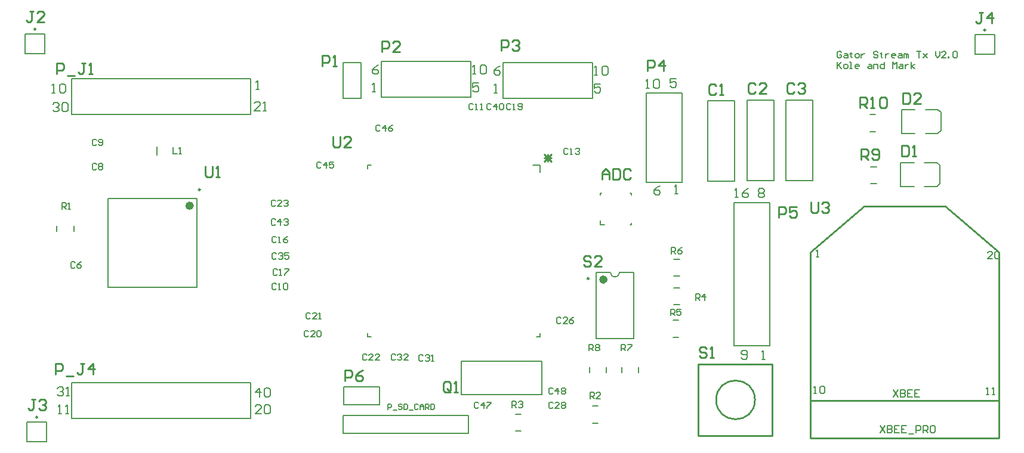
<source format=gto>
G04 Layer_Color=65535*
%FSLAX25Y25*%
%MOIN*%
G70*
G01*
G75*
%ADD24C,0.00800*%
%ADD25C,0.01000*%
%ADD40C,0.00984*%
%ADD41C,0.02362*%
%ADD42C,0.00787*%
%ADD43C,0.00700*%
%ADD44C,0.00500*%
D24*
X248500Y197500D02*
X250166D01*
X249333D01*
Y202498D01*
X248500Y201665D01*
X307832Y202498D02*
X304500D01*
Y199999D01*
X306166Y200832D01*
X306999D01*
X307832Y199999D01*
Y198333D01*
X306999Y197500D01*
X305333D01*
X304500Y198333D01*
Y207500D02*
X306166D01*
X305333D01*
Y212498D01*
X304500Y211665D01*
X308665D02*
X309498Y212498D01*
X311164D01*
X311998Y211665D01*
Y208333D01*
X311164Y207500D01*
X309498D01*
X308665Y208333D01*
Y211665D01*
X251832Y212498D02*
X250166Y211665D01*
X248500Y209999D01*
Y208333D01*
X249333Y207500D01*
X250999D01*
X251832Y208333D01*
Y209166D01*
X250999Y209999D01*
X248500D01*
X2000Y191165D02*
X2833Y191998D01*
X4499D01*
X5332Y191165D01*
Y190332D01*
X4499Y189499D01*
X3666D01*
X4499D01*
X5332Y188666D01*
Y187833D01*
X4499Y187000D01*
X2833D01*
X2000Y187833D01*
X6998Y191165D02*
X7831Y191998D01*
X9498D01*
X10331Y191165D01*
Y187833D01*
X9498Y187000D01*
X7831D01*
X6998Y187833D01*
Y191165D01*
X1500Y197500D02*
X3166D01*
X2333D01*
Y202498D01*
X1500Y201665D01*
X5665D02*
X6498Y202498D01*
X8164D01*
X8998Y201665D01*
Y198333D01*
X8164Y197500D01*
X6498D01*
X5665Y198333D01*
Y201665D01*
X117832Y187500D02*
X114500D01*
X117832Y190832D01*
Y191665D01*
X116999Y192498D01*
X115333D01*
X114500Y191665D01*
X119498Y187500D02*
X121165D01*
X120331D01*
Y192498D01*
X119498Y191665D01*
X115500Y199338D02*
X117166D01*
X116333D01*
Y204336D01*
X115500Y203503D01*
X5000Y18000D02*
X6666D01*
X5833D01*
Y22998D01*
X5000Y22165D01*
X9165Y18000D02*
X10831D01*
X9998D01*
Y22998D01*
X9165Y22165D01*
X4500Y32165D02*
X5333Y32998D01*
X6999D01*
X7832Y32165D01*
Y31332D01*
X6999Y30499D01*
X6166D01*
X6999D01*
X7832Y29666D01*
Y28833D01*
X6999Y28000D01*
X5333D01*
X4500Y28833D01*
X9498Y28000D02*
X11164D01*
X10331D01*
Y32998D01*
X9498Y32165D01*
X118332Y18000D02*
X115000D01*
X118332Y21332D01*
Y22165D01*
X117499Y22998D01*
X115833D01*
X115000Y22165D01*
X119998D02*
X120831Y22998D01*
X122498D01*
X123331Y22165D01*
Y18833D01*
X122498Y18000D01*
X120831D01*
X119998Y18833D01*
Y22165D01*
X117499Y27500D02*
Y32498D01*
X115000Y29999D01*
X118332D01*
X119998Y31665D02*
X120831Y32498D01*
X122498D01*
X123331Y31665D01*
Y28333D01*
X122498Y27500D01*
X120831D01*
X119998Y28333D01*
Y31665D01*
X349450Y141000D02*
X351116D01*
X350283D01*
Y145998D01*
X349450Y145165D01*
X350282Y205498D02*
X346950D01*
Y202999D01*
X348616Y203832D01*
X349449D01*
X350282Y202999D01*
Y201333D01*
X349449Y200500D01*
X347783D01*
X346950Y201333D01*
X333450Y200000D02*
X335116D01*
X334283D01*
Y204998D01*
X333450Y204165D01*
X337615D02*
X338448Y204998D01*
X340114D01*
X340947Y204165D01*
Y200833D01*
X340114Y200000D01*
X338448D01*
X337615Y200833D01*
Y204165D01*
X341282Y145498D02*
X339616Y144665D01*
X337950Y142999D01*
Y141333D01*
X338783Y140500D01*
X340449D01*
X341282Y141333D01*
Y142166D01*
X340449Y142999D01*
X337950D01*
X386500Y49333D02*
X387333Y48500D01*
X388999D01*
X389832Y49333D01*
Y52665D01*
X388999Y53498D01*
X387333D01*
X386500Y52665D01*
Y51832D01*
X387333Y50999D01*
X389832D01*
X398000Y48500D02*
X399666D01*
X398833D01*
Y53498D01*
X398000Y52665D01*
X396000Y143165D02*
X396833Y143998D01*
X398499D01*
X399332Y143165D01*
Y142332D01*
X398499Y141499D01*
X399332Y140666D01*
Y139833D01*
X398499Y139000D01*
X396833D01*
X396000Y139833D01*
Y140666D01*
X396833Y141499D01*
X396000Y142332D01*
Y143165D01*
X396833Y141499D02*
X398499D01*
X383100Y139000D02*
X384766D01*
X383933D01*
Y143998D01*
X383100Y143165D01*
X390598Y143998D02*
X388931Y143165D01*
X387265Y141499D01*
Y139833D01*
X388098Y139000D01*
X389764D01*
X390598Y139833D01*
Y140666D01*
X389764Y141499D01*
X387265D01*
X180500Y198000D02*
X182166D01*
X181333D01*
Y202998D01*
X180500Y202165D01*
X239832Y202998D02*
X236500D01*
Y200499D01*
X238166Y201332D01*
X238999D01*
X239832Y200499D01*
Y198833D01*
X238999Y198000D01*
X237333D01*
X236500Y198833D01*
Y208000D02*
X238166D01*
X237333D01*
Y212998D01*
X236500Y212165D01*
X240665D02*
X241498Y212998D01*
X243164D01*
X243998Y212165D01*
Y208833D01*
X243164Y208000D01*
X241498D01*
X240665Y208833D01*
Y212165D01*
X183832Y212998D02*
X182166Y212165D01*
X180500Y210499D01*
Y208833D01*
X181333Y208000D01*
X182999D01*
X183832Y208833D01*
Y209666D01*
X182999Y210499D01*
X180500D01*
D25*
X394186Y25764D02*
G03*
X394186Y25764I-10832J0D01*
G01*
X362488Y5843D02*
Y45843D01*
X403827Y5843D02*
Y45843D01*
X362488D02*
X403827D01*
X362488Y5843D02*
X403827D01*
X425130Y25291D02*
X530484D01*
X425130Y4315D02*
Y108291D01*
Y4315D02*
X530484D01*
X455012Y134000D02*
X500602D01*
X530484Y108291D01*
Y108307D01*
Y4315D02*
Y108291D01*
X425130D02*
X455012Y134000D01*
X-8951Y243048D02*
X-10951D01*
X-9951D01*
Y238050D01*
X-10951Y237050D01*
X-11950D01*
X-12950Y238050D01*
X-2953Y237050D02*
X-6952D01*
X-2953Y241049D01*
Y242048D01*
X-3953Y243048D01*
X-5952D01*
X-6952Y242048D01*
X-7951Y26048D02*
X-9951D01*
X-8951D01*
Y21050D01*
X-9951Y20050D01*
X-10950D01*
X-11950Y21050D01*
X-5952Y25048D02*
X-4952Y26048D01*
X-2953D01*
X-1953Y25048D01*
Y24049D01*
X-2953Y23049D01*
X-3953D01*
X-2953D01*
X-1953Y22049D01*
Y21050D01*
X-2953Y20050D01*
X-4952D01*
X-5952Y21050D01*
X521549Y242548D02*
X519549D01*
X520549D01*
Y237550D01*
X519549Y236550D01*
X518550D01*
X517550Y237550D01*
X526547Y236550D02*
Y242548D01*
X523548Y239549D01*
X527547D01*
X252603Y220937D02*
Y226935D01*
X255602D01*
X256602Y225936D01*
Y223936D01*
X255602Y222937D01*
X252603D01*
X258601Y225936D02*
X259601Y226935D01*
X261600D01*
X262600Y225936D01*
Y224936D01*
X261600Y223936D01*
X260600D01*
X261600D01*
X262600Y222937D01*
Y221937D01*
X261600Y220937D01*
X259601D01*
X258601Y221937D01*
X452900Y189200D02*
Y195198D01*
X455899D01*
X456899Y194198D01*
Y192199D01*
X455899Y191199D01*
X452900D01*
X454899D02*
X456899Y189200D01*
X458898D02*
X460897D01*
X459898D01*
Y195198D01*
X458898Y194198D01*
X463896D02*
X464896Y195198D01*
X466895D01*
X467895Y194198D01*
Y190200D01*
X466895Y189200D01*
X464896D01*
X463896Y190200D01*
Y194198D01*
X453400Y160023D02*
Y166021D01*
X456399D01*
X457399Y165021D01*
Y163022D01*
X456399Y162022D01*
X453400D01*
X455399D02*
X457399Y160023D01*
X459398Y161022D02*
X460398Y160023D01*
X462397D01*
X463397Y161022D01*
Y165021D01*
X462397Y166021D01*
X460398D01*
X459398Y165021D01*
Y164022D01*
X460398Y163022D01*
X463397D01*
X476650Y197548D02*
Y191550D01*
X479649D01*
X480649Y192550D01*
Y196548D01*
X479649Y197548D01*
X476650D01*
X486647Y191550D02*
X482648D01*
X486647Y195549D01*
Y196548D01*
X485647Y197548D01*
X483648D01*
X482648Y196548D01*
X476200Y167913D02*
Y161915D01*
X479199D01*
X480199Y162915D01*
Y166913D01*
X479199Y167913D01*
X476200D01*
X482198Y161915D02*
X484197D01*
X483198D01*
Y167913D01*
X482198Y166913D01*
X425500Y136230D02*
Y131232D01*
X426500Y130232D01*
X428499D01*
X429499Y131232D01*
Y136230D01*
X431498Y135231D02*
X432498Y136230D01*
X434497D01*
X435497Y135231D01*
Y134231D01*
X434497Y133231D01*
X433497D01*
X434497D01*
X435497Y132232D01*
Y131232D01*
X434497Y130232D01*
X432498D01*
X431498Y131232D01*
X87000Y156498D02*
Y151500D01*
X88000Y150500D01*
X89999D01*
X90999Y151500D01*
Y156498D01*
X92998Y150500D02*
X94997D01*
X93998D01*
Y156498D01*
X92998Y155498D01*
X3400Y39900D02*
Y45898D01*
X6399D01*
X7399Y44898D01*
Y42899D01*
X6399Y41899D01*
X3400D01*
X9398Y38900D02*
X13397D01*
X19395Y45898D02*
X17395D01*
X18395D01*
Y40900D01*
X17395Y39900D01*
X16396D01*
X15396Y40900D01*
X24393Y39900D02*
Y45898D01*
X21394Y42899D01*
X25393D01*
X4000Y208000D02*
Y213998D01*
X6999D01*
X7999Y212998D01*
Y210999D01*
X6999Y209999D01*
X4000D01*
X9998Y207000D02*
X13997D01*
X19995Y213998D02*
X17996D01*
X18995D01*
Y209000D01*
X17996Y208000D01*
X16996D01*
X15996Y209000D01*
X21994Y208000D02*
X23993D01*
X22994D01*
Y213998D01*
X21994Y212998D01*
X416096Y201898D02*
X415096Y202898D01*
X413097D01*
X412097Y201898D01*
Y197900D01*
X413097Y196900D01*
X415096D01*
X416096Y197900D01*
X418095Y201898D02*
X419095Y202898D01*
X421094D01*
X422094Y201898D01*
Y200899D01*
X421094Y199899D01*
X420094D01*
X421094D01*
X422094Y198899D01*
Y197900D01*
X421094Y196900D01*
X419095D01*
X418095Y197900D01*
X394549Y201898D02*
X393549Y202898D01*
X391549D01*
X390550Y201898D01*
Y197900D01*
X391549Y196900D01*
X393549D01*
X394549Y197900D01*
X400547Y196900D02*
X396548D01*
X400547Y200899D01*
Y201898D01*
X399547Y202898D01*
X397548D01*
X396548Y201898D01*
X308950Y148953D02*
Y152951D01*
X310949Y154951D01*
X312948Y152951D01*
Y148953D01*
Y151952D01*
X308950D01*
X314948Y154951D02*
Y148953D01*
X317947D01*
X318947Y149952D01*
Y153951D01*
X317947Y154951D01*
X314948D01*
X324945Y153951D02*
X323945Y154951D01*
X321946D01*
X320946Y153951D01*
Y149952D01*
X321946Y148953D01*
X323945D01*
X324945Y149952D01*
X372549Y201398D02*
X371549Y202398D01*
X369549D01*
X368550Y201398D01*
Y197400D01*
X369549Y196400D01*
X371549D01*
X372549Y197400D01*
X374548Y196400D02*
X376547D01*
X375548D01*
Y202398D01*
X374548Y201398D01*
X407500Y127594D02*
Y133592D01*
X410499D01*
X411499Y132593D01*
Y130594D01*
X410499Y129594D01*
X407500D01*
X417497Y133592D02*
X413498D01*
Y130594D01*
X415497Y131593D01*
X416497D01*
X417497Y130594D01*
Y128594D01*
X416497Y127594D01*
X414498D01*
X413498Y128594D01*
X334050Y209800D02*
Y215798D01*
X337049D01*
X338049Y214798D01*
Y212799D01*
X337049Y211799D01*
X334050D01*
X343047Y209800D02*
Y215798D01*
X340048Y212799D01*
X344046D01*
X185774Y220500D02*
Y226498D01*
X188773D01*
X189773Y225498D01*
Y223499D01*
X188773Y222499D01*
X185774D01*
X195771Y220500D02*
X191772D01*
X195771Y224499D01*
Y225498D01*
X194771Y226498D01*
X192772D01*
X191772Y225498D01*
X152500Y212500D02*
Y218498D01*
X155499D01*
X156499Y217498D01*
Y215499D01*
X155499Y214499D01*
X152500D01*
X158498Y212500D02*
X160497D01*
X159498D01*
Y218498D01*
X158498Y217498D01*
X223999Y31000D02*
Y34998D01*
X222999Y35998D01*
X221000D01*
X220000Y34998D01*
Y31000D01*
X221000Y30000D01*
X222999D01*
X221999Y31999D02*
X223999Y30000D01*
X222999D02*
X223999Y31000D01*
X225998Y30000D02*
X227997D01*
X226998D01*
Y35998D01*
X225998Y34998D01*
X302499Y105398D02*
X301499Y106398D01*
X299500D01*
X298500Y105398D01*
Y104399D01*
X299500Y103399D01*
X301499D01*
X302499Y102399D01*
Y101400D01*
X301499Y100400D01*
X299500D01*
X298500Y101400D01*
X308497Y100400D02*
X304498D01*
X308497Y104399D01*
Y105398D01*
X307497Y106398D01*
X305498D01*
X304498Y105398D01*
X158500Y172998D02*
Y168000D01*
X159500Y167000D01*
X161499D01*
X162499Y168000D01*
Y172998D01*
X168497Y167000D02*
X164498D01*
X168497Y170999D01*
Y171998D01*
X167497Y172998D01*
X165498D01*
X164498Y171998D01*
X165100Y36400D02*
Y42398D01*
X168099D01*
X169099Y41398D01*
Y39399D01*
X168099Y38399D01*
X165100D01*
X175097Y42398D02*
X173097Y41398D01*
X171098Y39399D01*
Y37400D01*
X172098Y36400D01*
X174097D01*
X175097Y37400D01*
Y38399D01*
X174097Y39399D01*
X171098D01*
X366999Y54298D02*
X365999Y55298D01*
X364000D01*
X363000Y54298D01*
Y53299D01*
X364000Y52299D01*
X365999D01*
X366999Y51299D01*
Y50300D01*
X365999Y49300D01*
X364000D01*
X363000Y50300D01*
X368998Y49300D02*
X370997D01*
X369998D01*
Y55298D01*
X368998Y54298D01*
X280551Y163161D02*
X276552Y159162D01*
Y163161D02*
X280551Y159162D01*
X278551Y163161D02*
Y159162D01*
X276552Y161162D02*
X280551D01*
D40*
X-7508Y233071D02*
G03*
X-7508Y233071I-492J0D01*
G01*
X-6508Y16071D02*
G03*
X-6508Y16071I-492J0D01*
G01*
X522992Y232571D02*
G03*
X522992Y232571I-492J0D01*
G01*
X84370Y143323D02*
G03*
X84370Y143323I-492J0D01*
G01*
X301492Y93618D02*
G03*
X301492Y93618I-492J0D01*
G01*
D41*
X79547Y134366D02*
G03*
X79547Y134366I-1181J0D01*
G01*
X310685Y93067D02*
G03*
X310685Y93067I-1181J0D01*
G01*
D42*
X313500Y97004D02*
G03*
X318500Y97004I2500J0D01*
G01*
X-13512Y219488D02*
Y230512D01*
X-13512Y219488D02*
X-2488D01*
Y230512D01*
X-13512Y230512D02*
X-2488D01*
X-12512Y2488D02*
Y13512D01*
X-12512Y2488D02*
X-1488D01*
Y13512D01*
X-12512Y13512D02*
X-1488D01*
X516988Y218988D02*
Y230012D01*
X516988Y218988D02*
X528012D01*
Y230012D01*
X516988Y230012D02*
X528012D01*
X253500Y214500D02*
X303500D01*
Y194500D02*
Y214500D01*
X253500Y194500D02*
X303500D01*
X253500D02*
Y214500D01*
X458425Y175776D02*
X461575D01*
X458425Y185224D02*
X461575D01*
X458925Y146598D02*
X462075D01*
X458925Y156047D02*
X462075D01*
X476067Y174807D02*
X483547D01*
X476067Y188193D02*
X483547D01*
X476067Y174807D02*
Y188193D01*
X498114Y176382D02*
Y186618D01*
X489453Y174807D02*
X496146D01*
X496146Y188193D02*
X498114Y186618D01*
X496146Y174807D02*
X498114Y176382D01*
X489453Y188193D02*
X496146D01*
X475567Y145122D02*
X483047D01*
X475567Y158508D02*
X483047D01*
X475567Y145122D02*
Y158508D01*
X497614Y146697D02*
Y156933D01*
X488953Y145122D02*
X495646D01*
X495646Y158508D02*
X497614Y156933D01*
X495646Y145122D02*
X497614Y146697D01*
X488953Y158508D02*
X495646D01*
X164000Y7000D02*
X234000D01*
Y17000D01*
X164000D02*
X234000D01*
X164000Y7000D02*
Y17000D01*
X325210Y123740D02*
Y124626D01*
X324324Y123740D02*
X325210D01*
X324324Y141260D02*
X325210D01*
Y140374D02*
Y141260D01*
X307690Y140374D02*
Y141260D01*
X308576D01*
X307690Y123740D02*
X310151D01*
X307690D02*
Y126201D01*
X12500Y185500D02*
X112500D01*
Y205500D01*
X12500D02*
X112500D01*
X12500Y185500D02*
Y205500D01*
X60000Y162638D02*
Y167362D01*
X12500Y15500D02*
X112500D01*
Y35500D01*
X12500D02*
X112500D01*
X12500Y15500D02*
Y35500D01*
X411497Y148500D02*
X426497D01*
X411497D02*
Y193500D01*
X426497D01*
Y148500D02*
Y193500D01*
X389950Y148500D02*
X404950D01*
X389950D02*
Y193500D01*
X404950D01*
Y148500D02*
Y193500D01*
X13724Y119925D02*
Y123075D01*
X4276Y119925D02*
Y123075D01*
X382950Y148000D02*
Y193000D01*
X367950D02*
X382950D01*
X367950Y148000D02*
Y193000D01*
Y148000D02*
X382950D01*
X333450Y147500D02*
Y197500D01*
X353450D01*
Y147500D02*
Y197500D01*
X333450Y147500D02*
X353450D01*
X32697Y138303D02*
X82303D01*
X32697Y88697D02*
X82303D01*
Y138303D01*
X32697Y88697D02*
Y138303D01*
X329224Y40925D02*
Y44075D01*
X319776Y40925D02*
Y44075D01*
X311224Y40925D02*
Y44075D01*
X301776Y40925D02*
Y44075D01*
X305567Y59996D02*
Y97004D01*
X326433Y59996D02*
Y97004D01*
X305567D02*
X313500D01*
X318500D02*
X326433D01*
X305567Y59996D02*
X326433D01*
X382500Y56000D02*
X402500D01*
X382500Y136000D02*
X402500D01*
Y56000D02*
Y136000D01*
X382500Y56000D02*
Y136000D01*
X303425Y22224D02*
X306575D01*
X303425Y12776D02*
X306575D01*
X185500Y215000D02*
X235500D01*
Y195000D02*
Y215000D01*
X185500Y195000D02*
X235500D01*
X185500D02*
Y215000D01*
X174000Y194500D02*
Y214500D01*
X164000D02*
X174000D01*
X164000Y194500D02*
Y214500D01*
Y194500D02*
X174000D01*
X230134Y28748D02*
X275016D01*
Y47252D01*
X230134D02*
X275016D01*
X230134Y28748D02*
Y47252D01*
X260425Y8276D02*
X263575D01*
X260425Y17724D02*
X263575D01*
X164500Y23000D02*
X184500D01*
Y33000D01*
X164500D02*
X184500D01*
X164500Y23000D02*
Y33000D01*
X270094Y157032D02*
X274031D01*
Y153094D02*
Y157032D01*
Y60969D02*
Y62937D01*
X272063Y60969D02*
X274031D01*
X177969D02*
X179937D01*
X177969D02*
Y62937D01*
Y155063D02*
Y157032D01*
X179937D01*
X348425Y60776D02*
X351575D01*
X348425Y70224D02*
X351575D01*
X348925Y78953D02*
X352075D01*
X348925Y88402D02*
X352075D01*
X348925Y104445D02*
X352075D01*
X348925Y94996D02*
X352075D01*
D43*
X442533Y219994D02*
X441949Y220578D01*
X440783D01*
X440200Y219994D01*
Y217662D01*
X440783Y217079D01*
X441949D01*
X442533Y217662D01*
Y218828D01*
X441366D01*
X444282Y219411D02*
X445448D01*
X446032Y218828D01*
Y217079D01*
X444282D01*
X443699Y217662D01*
X444282Y218245D01*
X446032D01*
X447781Y219994D02*
Y219411D01*
X447198D01*
X448364D01*
X447781D01*
Y217662D01*
X448364Y217079D01*
X450697D02*
X451863D01*
X452446Y217662D01*
Y218828D01*
X451863Y219411D01*
X450697D01*
X450113Y218828D01*
Y217662D01*
X450697Y217079D01*
X453612Y219411D02*
Y217079D01*
Y218245D01*
X454195Y218828D01*
X454779Y219411D01*
X455362D01*
X462943Y219994D02*
X462360Y220578D01*
X461193D01*
X460610Y219994D01*
Y219411D01*
X461193Y218828D01*
X462360D01*
X462943Y218245D01*
Y217662D01*
X462360Y217079D01*
X461193D01*
X460610Y217662D01*
X464692Y219994D02*
Y219411D01*
X464109D01*
X465275D01*
X464692D01*
Y217662D01*
X465275Y217079D01*
X467025Y219411D02*
Y217079D01*
Y218245D01*
X467608Y218828D01*
X468191Y219411D01*
X468774D01*
X472273Y217079D02*
X471107D01*
X470524Y217662D01*
Y218828D01*
X471107Y219411D01*
X472273D01*
X472856Y218828D01*
Y218245D01*
X470524D01*
X474606Y219411D02*
X475772D01*
X476355Y218828D01*
Y217079D01*
X474606D01*
X474022Y217662D01*
X474606Y218245D01*
X476355D01*
X477521Y217079D02*
Y219411D01*
X478104D01*
X478688Y218828D01*
Y217079D01*
Y218828D01*
X479271Y219411D01*
X479854Y218828D01*
Y217079D01*
X484519Y220578D02*
X486852D01*
X485685D01*
Y217079D01*
X488018Y219411D02*
X490350Y217079D01*
X489184Y218245D01*
X490350Y219411D01*
X488018Y217079D01*
X495016Y220578D02*
Y218245D01*
X496182Y217079D01*
X497348Y218245D01*
Y220578D01*
X500847Y217079D02*
X498515D01*
X500847Y219411D01*
Y219994D01*
X500264Y220578D01*
X499098D01*
X498515Y219994D01*
X502013Y217079D02*
Y217662D01*
X502597D01*
Y217079D01*
X502013D01*
X504929Y219994D02*
X505512Y220578D01*
X506678D01*
X507262Y219994D01*
Y217662D01*
X506678Y217079D01*
X505512D01*
X504929Y217662D01*
Y219994D01*
X440200Y214699D02*
Y211200D01*
Y212366D01*
X442533Y214699D01*
X440783Y212949D01*
X442533Y211200D01*
X444282D02*
X445448D01*
X446032Y211783D01*
Y212949D01*
X445448Y213533D01*
X444282D01*
X443699Y212949D01*
Y211783D01*
X444282Y211200D01*
X447198D02*
X448364D01*
X447781D01*
Y214699D01*
X447198D01*
X451863Y211200D02*
X450697D01*
X450113Y211783D01*
Y212949D01*
X450697Y213533D01*
X451863D01*
X452446Y212949D01*
Y212366D01*
X450113D01*
X457694Y213533D02*
X458861D01*
X459444Y212949D01*
Y211200D01*
X457694D01*
X457111Y211783D01*
X457694Y212366D01*
X459444D01*
X460610Y211200D02*
Y213533D01*
X462360D01*
X462943Y212949D01*
Y211200D01*
X466441Y214699D02*
Y211200D01*
X464692D01*
X464109Y211783D01*
Y212949D01*
X464692Y213533D01*
X466441D01*
X471107Y211200D02*
Y214699D01*
X472273Y213533D01*
X473439Y214699D01*
Y211200D01*
X475189Y213533D02*
X476355D01*
X476938Y212949D01*
Y211200D01*
X475189D01*
X474606Y211783D01*
X475189Y212366D01*
X476938D01*
X478104Y213533D02*
Y211200D01*
Y212366D01*
X478688Y212949D01*
X479271Y213533D01*
X479854D01*
X481603Y211200D02*
Y214699D01*
Y212366D02*
X483353Y213533D01*
X481603Y212366D02*
X483353Y211200D01*
X302000Y26500D02*
Y29999D01*
X303749D01*
X304333Y29416D01*
Y28249D01*
X303749Y27666D01*
X302000D01*
X303166D02*
X304333Y26500D01*
X307831D02*
X305499D01*
X307831Y28833D01*
Y29416D01*
X307248Y29999D01*
X306082D01*
X305499Y29416D01*
X7000Y132500D02*
Y135999D01*
X8749D01*
X9333Y135416D01*
Y134249D01*
X8749Y133666D01*
X7000D01*
X8166D02*
X9333Y132500D01*
X10499D02*
X11665D01*
X11082D01*
Y135999D01*
X10499Y135416D01*
X69000Y166999D02*
Y163500D01*
X71333D01*
X72499D02*
X73665D01*
X73082D01*
Y166999D01*
X72499Y166416D01*
X184833Y178916D02*
X184249Y179499D01*
X183083D01*
X182500Y178916D01*
Y176583D01*
X183083Y176000D01*
X184249D01*
X184833Y176583D01*
X187748Y176000D02*
Y179499D01*
X185999Y177749D01*
X188331D01*
X191830Y179499D02*
X190664Y178916D01*
X189498Y177749D01*
Y176583D01*
X190081Y176000D01*
X191247D01*
X191830Y176583D01*
Y177166D01*
X191247Y177749D01*
X189498D01*
X151833Y158235D02*
X151249Y158818D01*
X150083D01*
X149500Y158235D01*
Y155903D01*
X150083Y155319D01*
X151249D01*
X151833Y155903D01*
X154748Y155319D02*
Y158818D01*
X152999Y157069D01*
X155331D01*
X158830Y158818D02*
X156498D01*
Y157069D01*
X157664Y157652D01*
X158247D01*
X158830Y157069D01*
Y155903D01*
X158247Y155319D01*
X157081D01*
X156498Y155903D01*
X126333Y126416D02*
X125749Y126999D01*
X124583D01*
X124000Y126416D01*
Y124083D01*
X124583Y123500D01*
X125749D01*
X126333Y124083D01*
X129248Y123500D02*
Y126999D01*
X127499Y125249D01*
X129831D01*
X130998Y126416D02*
X131581Y126999D01*
X132747D01*
X133330Y126416D01*
Y125833D01*
X132747Y125249D01*
X132164D01*
X132747D01*
X133330Y124666D01*
Y124083D01*
X132747Y123500D01*
X131581D01*
X130998Y124083D01*
X246833Y190916D02*
X246249Y191499D01*
X245083D01*
X244500Y190916D01*
Y188583D01*
X245083Y188000D01*
X246249D01*
X246833Y188583D01*
X249748Y188000D02*
Y191499D01*
X247999Y189749D01*
X250331D01*
X251498Y190916D02*
X252081Y191499D01*
X253247D01*
X253830Y190916D01*
Y188583D01*
X253247Y188000D01*
X252081D01*
X251498Y188583D01*
Y190916D01*
X126833Y107416D02*
X126249Y107999D01*
X125083D01*
X124500Y107416D01*
Y105083D01*
X125083Y104500D01*
X126249D01*
X126833Y105083D01*
X127999Y107416D02*
X128582Y107999D01*
X129748D01*
X130331Y107416D01*
Y106833D01*
X129748Y106249D01*
X129165D01*
X129748D01*
X130331Y105666D01*
Y105083D01*
X129748Y104500D01*
X128582D01*
X127999Y105083D01*
X133830Y107999D02*
X131498D01*
Y106249D01*
X132664Y106833D01*
X133247D01*
X133830Y106249D01*
Y105083D01*
X133247Y104500D01*
X132081D01*
X131498Y105083D01*
X193333Y50825D02*
X192749Y51408D01*
X191583D01*
X191000Y50825D01*
Y48493D01*
X191583Y47909D01*
X192749D01*
X193333Y48493D01*
X194499Y50825D02*
X195082Y51408D01*
X196248D01*
X196831Y50825D01*
Y50242D01*
X196248Y49659D01*
X195665D01*
X196248D01*
X196831Y49076D01*
Y48493D01*
X196248Y47909D01*
X195082D01*
X194499Y48493D01*
X200330Y47909D02*
X197998D01*
X200330Y50242D01*
Y50825D01*
X199747Y51408D01*
X198581D01*
X197998Y50825D01*
X208833Y50416D02*
X208249Y50999D01*
X207083D01*
X206500Y50416D01*
Y48083D01*
X207083Y47500D01*
X208249D01*
X208833Y48083D01*
X209999Y50416D02*
X210582Y50999D01*
X211748D01*
X212331Y50416D01*
Y49833D01*
X211748Y49249D01*
X211165D01*
X211748D01*
X212331Y48666D01*
Y48083D01*
X211748Y47500D01*
X210582D01*
X209999Y48083D01*
X213498Y47500D02*
X214664D01*
X214081D01*
Y50999D01*
X213498Y50416D01*
X285833Y71416D02*
X285249Y71999D01*
X284083D01*
X283500Y71416D01*
Y69083D01*
X284083Y68500D01*
X285249D01*
X285833Y69083D01*
X289331Y68500D02*
X286999D01*
X289331Y70833D01*
Y71416D01*
X288748Y71999D01*
X287582D01*
X286999Y71416D01*
X292830Y71999D02*
X291664Y71416D01*
X290498Y70249D01*
Y69083D01*
X291081Y68500D01*
X292247D01*
X292830Y69083D01*
Y69666D01*
X292247Y70249D01*
X290498D01*
X126333Y136916D02*
X125749Y137499D01*
X124583D01*
X124000Y136916D01*
Y134583D01*
X124583Y134000D01*
X125749D01*
X126333Y134583D01*
X129831Y134000D02*
X127499D01*
X129831Y136333D01*
Y136916D01*
X129248Y137499D01*
X128082D01*
X127499Y136916D01*
X130998D02*
X131581Y137499D01*
X132747D01*
X133330Y136916D01*
Y136333D01*
X132747Y135749D01*
X132164D01*
X132747D01*
X133330Y135166D01*
Y134583D01*
X132747Y134000D01*
X131581D01*
X130998Y134583D01*
X177333Y50825D02*
X176749Y51408D01*
X175583D01*
X175000Y50825D01*
Y48493D01*
X175583Y47909D01*
X176749D01*
X177333Y48493D01*
X180831Y47909D02*
X178499D01*
X180831Y50242D01*
Y50825D01*
X180248Y51408D01*
X179082D01*
X178499Y50825D01*
X184330Y47909D02*
X181998D01*
X184330Y50242D01*
Y50825D01*
X183747Y51408D01*
X182581D01*
X181998Y50825D01*
X145833Y73916D02*
X145249Y74499D01*
X144083D01*
X143500Y73916D01*
Y71583D01*
X144083Y71000D01*
X145249D01*
X145833Y71583D01*
X149331Y71000D02*
X146999D01*
X149331Y73333D01*
Y73916D01*
X148748Y74499D01*
X147582D01*
X146999Y73916D01*
X150498Y71000D02*
X151664D01*
X151081D01*
Y74499D01*
X150498Y73916D01*
X144833Y63916D02*
X144249Y64499D01*
X143083D01*
X142500Y63916D01*
Y61583D01*
X143083Y61000D01*
X144249D01*
X144833Y61583D01*
X148331Y61000D02*
X145999D01*
X148331Y63333D01*
Y63916D01*
X147748Y64499D01*
X146582D01*
X145999Y63916D01*
X149498D02*
X150081Y64499D01*
X151247D01*
X151830Y63916D01*
Y61583D01*
X151247Y61000D01*
X150081D01*
X149498Y61583D01*
Y63916D01*
X257833Y190916D02*
X257249Y191499D01*
X256083D01*
X255500Y190916D01*
Y188583D01*
X256083Y188000D01*
X257249D01*
X257833Y188583D01*
X258999Y188000D02*
X260165D01*
X259582D01*
Y191499D01*
X258999Y190916D01*
X261915Y188583D02*
X262498Y188000D01*
X263664D01*
X264247Y188583D01*
Y190916D01*
X263664Y191499D01*
X262498D01*
X261915Y190916D01*
Y190333D01*
X262498Y189749D01*
X264247D01*
X127333Y98416D02*
X126749Y98999D01*
X125583D01*
X125000Y98416D01*
Y96083D01*
X125583Y95500D01*
X126749D01*
X127333Y96083D01*
X128499Y95500D02*
X129665D01*
X129082D01*
Y98999D01*
X128499Y98416D01*
X131415Y98999D02*
X133747D01*
Y98416D01*
X131415Y96083D01*
Y95500D01*
X126833Y116632D02*
X126249Y117215D01*
X125083D01*
X124500Y116632D01*
Y114300D01*
X125083Y113716D01*
X126249D01*
X126833Y114300D01*
X127999Y113716D02*
X129165D01*
X128582D01*
Y117215D01*
X127999Y116632D01*
X133247Y117215D02*
X132081Y116632D01*
X130915Y115466D01*
Y114300D01*
X131498Y113716D01*
X132664D01*
X133247Y114300D01*
Y114883D01*
X132664Y115466D01*
X130915D01*
X289833Y165916D02*
X289249Y166499D01*
X288083D01*
X287500Y165916D01*
Y163583D01*
X288083Y163000D01*
X289249D01*
X289833Y163583D01*
X290999Y163000D02*
X292165D01*
X291582D01*
Y166499D01*
X290999Y165916D01*
X293915D02*
X294498Y166499D01*
X295664D01*
X296247Y165916D01*
Y165333D01*
X295664Y164749D01*
X295081D01*
X295664D01*
X296247Y164166D01*
Y163583D01*
X295664Y163000D01*
X294498D01*
X293915Y163583D01*
X236833Y190916D02*
X236249Y191499D01*
X235083D01*
X234500Y190916D01*
Y188583D01*
X235083Y188000D01*
X236249D01*
X236833Y188583D01*
X237999Y188000D02*
X239165D01*
X238582D01*
Y191499D01*
X237999Y190916D01*
X240915Y188000D02*
X242081D01*
X241498D01*
Y191499D01*
X240915Y190916D01*
X126833Y90416D02*
X126249Y90999D01*
X125083D01*
X124500Y90416D01*
Y88083D01*
X125083Y87500D01*
X126249D01*
X126833Y88083D01*
X127999Y87500D02*
X129165D01*
X128582D01*
Y90999D01*
X127999Y90416D01*
X130915D02*
X131498Y90999D01*
X132664D01*
X133247Y90416D01*
Y88083D01*
X132664Y87500D01*
X131498D01*
X130915Y88083D01*
Y90416D01*
X26333Y170916D02*
X25749Y171499D01*
X24583D01*
X24000Y170916D01*
Y168583D01*
X24583Y168000D01*
X25749D01*
X26333Y168583D01*
X27499D02*
X28082Y168000D01*
X29248D01*
X29831Y168583D01*
Y170916D01*
X29248Y171499D01*
X28082D01*
X27499Y170916D01*
Y170333D01*
X28082Y169749D01*
X29831D01*
X26333Y157416D02*
X25749Y157999D01*
X24583D01*
X24000Y157416D01*
Y155083D01*
X24583Y154500D01*
X25749D01*
X26333Y155083D01*
X27499Y157416D02*
X28082Y157999D01*
X29248D01*
X29831Y157416D01*
Y156833D01*
X29248Y156249D01*
X29831Y155666D01*
Y155083D01*
X29248Y154500D01*
X28082D01*
X27499Y155083D01*
Y155666D01*
X28082Y156249D01*
X27499Y156833D01*
Y157416D01*
X28082Y156249D02*
X29248D01*
X14333Y102416D02*
X13749Y102999D01*
X12583D01*
X12000Y102416D01*
Y100083D01*
X12583Y99500D01*
X13749D01*
X14333Y100083D01*
X17831Y102999D02*
X16665Y102416D01*
X15499Y101249D01*
Y100083D01*
X16082Y99500D01*
X17248D01*
X17831Y100083D01*
Y100666D01*
X17248Y101249D01*
X15499D01*
X281333Y31916D02*
X280749Y32499D01*
X279583D01*
X279000Y31916D01*
Y29583D01*
X279583Y29000D01*
X280749D01*
X281333Y29583D01*
X284248Y29000D02*
Y32499D01*
X282499Y30749D01*
X284831D01*
X285998Y31916D02*
X286581Y32499D01*
X287747D01*
X288330Y31916D01*
Y31333D01*
X287747Y30749D01*
X288330Y30166D01*
Y29583D01*
X287747Y29000D01*
X286581D01*
X285998Y29583D01*
Y30166D01*
X286581Y30749D01*
X285998Y31333D01*
Y31916D01*
X286581Y30749D02*
X287747D01*
X239833Y23916D02*
X239249Y24499D01*
X238083D01*
X237500Y23916D01*
Y21583D01*
X238083Y21000D01*
X239249D01*
X239833Y21583D01*
X242748Y21000D02*
Y24499D01*
X240999Y22749D01*
X243331D01*
X244498Y24499D02*
X246830D01*
Y23916D01*
X244498Y21583D01*
Y21000D01*
X281333Y23916D02*
X280749Y24499D01*
X279583D01*
X279000Y23916D01*
Y21583D01*
X279583Y21000D01*
X280749D01*
X281333Y21583D01*
X284831Y21000D02*
X282499D01*
X284831Y23333D01*
Y23916D01*
X284248Y24499D01*
X283082D01*
X282499Y23916D01*
X285998D02*
X286581Y24499D01*
X287747D01*
X288330Y23916D01*
Y23333D01*
X287747Y22749D01*
X288330Y22166D01*
Y21583D01*
X287747Y21000D01*
X286581D01*
X285998Y21583D01*
Y22166D01*
X286581Y22749D01*
X285998Y23333D01*
Y23916D01*
X286581Y22749D02*
X287747D01*
X258500Y21500D02*
Y24999D01*
X260249D01*
X260833Y24416D01*
Y23249D01*
X260249Y22666D01*
X258500D01*
X259666D02*
X260833Y21500D01*
X261999Y24416D02*
X262582Y24999D01*
X263748D01*
X264331Y24416D01*
Y23833D01*
X263748Y23249D01*
X263165D01*
X263748D01*
X264331Y22666D01*
Y22083D01*
X263748Y21500D01*
X262582D01*
X261999Y22083D01*
X347500Y107500D02*
Y110999D01*
X349249D01*
X349833Y110416D01*
Y109249D01*
X349249Y108666D01*
X347500D01*
X348666D02*
X349833Y107500D01*
X353331Y110999D02*
X352165Y110416D01*
X350999Y109249D01*
Y108083D01*
X351582Y107500D01*
X352748D01*
X353331Y108083D01*
Y108666D01*
X352748Y109249D01*
X350999D01*
X319500Y53300D02*
Y56799D01*
X321249D01*
X321833Y56216D01*
Y55049D01*
X321249Y54466D01*
X319500D01*
X320666D02*
X321833Y53300D01*
X322999Y56799D02*
X325331D01*
Y56216D01*
X322999Y53883D01*
Y53300D01*
X301500D02*
Y56799D01*
X303249D01*
X303833Y56216D01*
Y55049D01*
X303249Y54466D01*
X301500D01*
X302666D02*
X303833Y53300D01*
X304999Y56216D02*
X305582Y56799D01*
X306748D01*
X307331Y56216D01*
Y55633D01*
X306748Y55049D01*
X307331Y54466D01*
Y53883D01*
X306748Y53300D01*
X305582D01*
X304999Y53883D01*
Y54466D01*
X305582Y55049D01*
X304999Y55633D01*
Y56216D01*
X305582Y55049D02*
X306748D01*
X347000Y73000D02*
Y76499D01*
X348749D01*
X349333Y75916D01*
Y74749D01*
X348749Y74166D01*
X347000D01*
X348166D02*
X349333Y73000D01*
X352831Y76499D02*
X350499D01*
Y74749D01*
X351665Y75333D01*
X352248D01*
X352831Y74749D01*
Y73583D01*
X352248Y73000D01*
X351082D01*
X350499Y73583D01*
X361000Y81500D02*
Y84999D01*
X362749D01*
X363333Y84416D01*
Y83249D01*
X362749Y82666D01*
X361000D01*
X362166D02*
X363333Y81500D01*
X366248D02*
Y84999D01*
X364499Y83249D01*
X366831D01*
X471500Y31290D02*
X474166Y27291D01*
Y31290D02*
X471500Y27291D01*
X475499Y31290D02*
Y27291D01*
X477498D01*
X478164Y27958D01*
Y28624D01*
X477498Y29291D01*
X475499D01*
X477498D01*
X478164Y29957D01*
Y30624D01*
X477498Y31290D01*
X475499D01*
X482163D02*
X479497D01*
Y27291D01*
X482163D01*
X479497Y29291D02*
X480830D01*
X486162Y31290D02*
X483496D01*
Y27291D01*
X486162D01*
X483496Y29291D02*
X484829D01*
X464000Y11290D02*
X466666Y7291D01*
Y11290D02*
X464000Y7291D01*
X467999Y11290D02*
Y7291D01*
X469998D01*
X470665Y7958D01*
Y8624D01*
X469998Y9291D01*
X467999D01*
X469998D01*
X470665Y9957D01*
Y10624D01*
X469998Y11290D01*
X467999D01*
X474663D02*
X471997D01*
Y7291D01*
X474663D01*
X471997Y9291D02*
X473330D01*
X478662Y11290D02*
X475996D01*
Y7291D01*
X478662D01*
X475996Y9291D02*
X477329D01*
X479995Y6625D02*
X482661D01*
X483993Y7291D02*
Y11290D01*
X485993D01*
X486659Y10624D01*
Y9291D01*
X485993Y8624D01*
X483993D01*
X487992Y7291D02*
Y11290D01*
X489992D01*
X490658Y10624D01*
Y9291D01*
X489992Y8624D01*
X487992D01*
X489325D02*
X490658Y7291D01*
X493990Y11290D02*
X492657D01*
X491991Y10624D01*
Y7958D01*
X492657Y7291D01*
X493990D01*
X494657Y7958D01*
Y10624D01*
X493990Y11290D01*
X428500Y105791D02*
X429833D01*
X429166D01*
Y109790D01*
X428500Y109124D01*
X427000Y29291D02*
X428333D01*
X427666D01*
Y33290D01*
X427000Y32624D01*
X430332D02*
X430999Y33290D01*
X432332D01*
X432998Y32624D01*
Y29958D01*
X432332Y29291D01*
X430999D01*
X430332Y29958D01*
Y32624D01*
X523500Y28791D02*
X524833D01*
X524166D01*
Y32790D01*
X523500Y32124D01*
X526832Y28791D02*
X528165D01*
X527499D01*
Y32790D01*
X526832Y32124D01*
X526666Y104791D02*
X524000D01*
X526666Y107457D01*
Y108124D01*
X525999Y108790D01*
X524666D01*
X524000Y108124D01*
X527999D02*
X528665Y108790D01*
X529998D01*
X530664Y108124D01*
Y105458D01*
X529998Y104791D01*
X528665D01*
X527999Y105458D01*
Y108124D01*
D44*
X189000Y20500D02*
Y23499D01*
X190499D01*
X190999Y22999D01*
Y22000D01*
X190499Y21500D01*
X189000D01*
X191999Y20000D02*
X193998D01*
X196997Y22999D02*
X196498Y23499D01*
X195498D01*
X194998Y22999D01*
Y22499D01*
X195498Y22000D01*
X196498D01*
X196997Y21500D01*
Y21000D01*
X196498Y20500D01*
X195498D01*
X194998Y21000D01*
X197997Y23499D02*
Y20500D01*
X199497D01*
X199996Y21000D01*
Y22999D01*
X199497Y23499D01*
X197997D01*
X200996Y20000D02*
X202995D01*
X205995Y22999D02*
X205495Y23499D01*
X204495D01*
X203995Y22999D01*
Y21000D01*
X204495Y20500D01*
X205495D01*
X205995Y21000D01*
X206994Y20500D02*
Y22499D01*
X207994Y23499D01*
X208994Y22499D01*
Y20500D01*
Y22000D01*
X206994D01*
X209993Y20500D02*
Y23499D01*
X211493D01*
X211993Y22999D01*
Y22000D01*
X211493Y21500D01*
X209993D01*
X210993D02*
X211993Y20500D01*
X212992Y23499D02*
Y20500D01*
X214492D01*
X214992Y21000D01*
Y22999D01*
X214492Y23499D01*
X212992D01*
M02*

</source>
